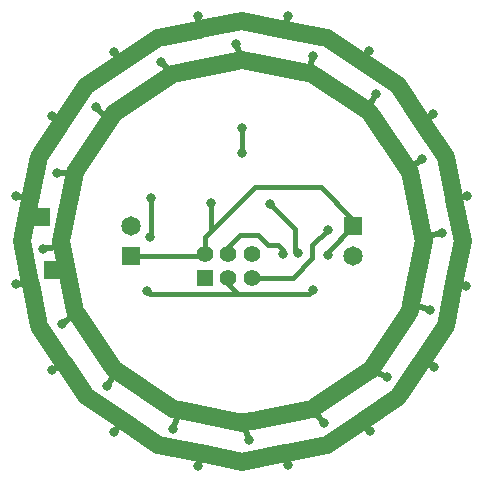
<source format=gbl>
G04 (created by PCBNEW (2013-04-07 BZR 4075)-testing) date Thu 11 Apr 2013 01:35:50 AM CEST*
%MOIN*%
G04 Gerber Fmt 3.4, Leading zero omitted, Abs format*
%FSLAX34Y34*%
G01*
G70*
G90*
G04 APERTURE LIST*
%ADD10C,0.006*%
%ADD11R,0.0551181X0.0551181*%
%ADD12C,0.0551181*%
%ADD13R,0.0649606X0.0649606*%
%ADD14C,0.0649606*%
%ADD15R,0.0984252X0.0590551*%
%ADD16C,0.0314961*%
%ADD17C,0.019685*%
%ADD18C,0.015748*%
%ADD19C,0.0590551*%
G04 APERTURE END LIST*
G54D10*
G54D11*
X24330Y-26811D03*
G54D12*
X24330Y-26023D03*
X25118Y-26811D03*
X25118Y-26023D03*
X25905Y-26811D03*
X25905Y-26023D03*
G54D13*
X29291Y-25090D03*
G54D14*
X29291Y-26090D03*
G54D13*
X21889Y-26090D03*
G54D14*
X21889Y-25090D03*
G54D15*
X19468Y-26555D03*
X18681Y-24783D03*
G54D16*
X28444Y-26043D03*
X24547Y-24311D03*
X26515Y-24350D03*
X27440Y-25984D03*
X26929Y-26003D03*
X28444Y-25196D03*
X22519Y-25433D03*
X22401Y-27244D03*
X22539Y-24153D03*
X27933Y-27204D03*
X25590Y-22637D03*
X25590Y-21811D03*
X21082Y-30413D03*
X30039Y-20669D03*
X32244Y-25314D03*
X31830Y-27893D03*
X30413Y-30098D03*
X25807Y-32224D03*
X23267Y-31850D03*
X25374Y-18996D03*
X27933Y-19409D03*
X18956Y-25846D03*
X19409Y-23307D03*
X22893Y-19606D03*
X20708Y-21122D03*
X31574Y-22854D03*
X28326Y-31653D03*
X19586Y-28346D03*
X33070Y-24094D03*
X33051Y-27066D03*
X27125Y-33051D03*
X24094Y-18070D03*
X27125Y-18090D03*
X24094Y-33070D03*
X21299Y-31929D03*
X19251Y-29862D03*
X18051Y-27027D03*
X18051Y-24094D03*
X19232Y-21397D03*
X21299Y-19271D03*
X29822Y-19232D03*
X31948Y-21358D03*
X31968Y-29763D03*
X29842Y-31909D03*
G54D17*
X29291Y-25090D02*
X29291Y-24874D01*
G54D18*
X26003Y-23779D02*
X24537Y-25246D01*
X26003Y-23779D02*
X28196Y-23779D01*
X29291Y-24874D02*
X28196Y-23779D01*
X28444Y-26043D02*
X28444Y-25937D01*
X28444Y-25937D02*
X29291Y-25090D01*
X24537Y-24320D02*
X24537Y-25246D01*
X24547Y-24311D02*
X24537Y-24320D01*
X24537Y-25246D02*
X24330Y-25452D01*
X24330Y-26023D02*
X24330Y-25452D01*
X21673Y-26090D02*
X24263Y-26090D01*
X24263Y-26090D02*
X24330Y-26023D01*
X27342Y-25177D02*
X26515Y-24350D01*
X27342Y-25885D02*
X27342Y-25708D01*
X27440Y-25984D02*
X27342Y-25885D01*
X27342Y-25708D02*
X27342Y-25177D01*
X25118Y-26023D02*
X25118Y-25787D01*
X26929Y-25866D02*
X26929Y-26003D01*
X26791Y-25728D02*
X26929Y-25866D01*
X26437Y-25728D02*
X26791Y-25728D01*
X26102Y-25393D02*
X26437Y-25728D01*
X25511Y-25393D02*
X26102Y-25393D01*
X25118Y-25787D02*
X25511Y-25393D01*
X25905Y-26811D02*
X27263Y-26811D01*
X27913Y-25728D02*
X28444Y-25196D01*
X27913Y-26161D02*
X27913Y-25728D01*
X27263Y-26811D02*
X27913Y-26161D01*
X22539Y-25413D02*
X22519Y-25433D01*
X25433Y-27342D02*
X22500Y-27342D01*
X22401Y-27244D02*
X22500Y-27342D01*
X22539Y-24153D02*
X22539Y-25413D01*
X26732Y-27342D02*
X27795Y-27342D01*
X25118Y-27027D02*
X25433Y-27342D01*
X25433Y-27342D02*
X26732Y-27342D01*
X25118Y-26811D02*
X25118Y-27027D01*
X27795Y-27342D02*
X27933Y-27204D01*
X25590Y-21811D02*
X25590Y-22637D01*
G54D17*
X19468Y-26555D02*
X19880Y-27255D01*
X20009Y-27923D02*
X20009Y-27993D01*
X19880Y-27255D02*
X20009Y-27923D01*
X19547Y-25354D02*
X19547Y-25590D01*
X19547Y-25669D02*
X19547Y-25354D01*
X19566Y-25688D02*
X19547Y-25669D01*
X21399Y-29899D02*
X21082Y-30413D01*
X29740Y-21228D02*
X30039Y-20669D01*
X31608Y-25461D02*
X32244Y-25314D01*
X31214Y-27688D02*
X31830Y-27893D01*
X30413Y-30098D02*
X29863Y-29863D01*
X29863Y-29863D02*
X29863Y-29863D01*
X25619Y-31628D02*
X25807Y-32224D01*
X23498Y-31215D02*
X23267Y-31850D01*
X22893Y-19606D02*
X23280Y-20009D01*
X25590Y-19547D02*
X25374Y-18996D01*
X27789Y-19983D02*
X27933Y-19409D01*
X19575Y-25730D02*
X18956Y-25846D01*
X19409Y-23307D02*
X20004Y-23307D01*
X20004Y-23307D02*
X20004Y-23307D01*
X31608Y-25461D02*
X31608Y-25461D01*
X19575Y-25730D02*
X19575Y-25730D01*
X21133Y-21585D02*
X20708Y-21122D01*
X31574Y-22854D02*
X31122Y-23206D01*
X31122Y-23206D02*
X31165Y-23206D01*
X31214Y-27688D02*
X31214Y-27688D01*
X27901Y-31191D02*
X28326Y-31653D01*
X19586Y-28346D02*
X20071Y-27993D01*
X20071Y-27993D02*
X20009Y-27993D01*
X27901Y-31227D02*
X27901Y-31191D01*
X20009Y-27993D02*
X20009Y-27901D01*
X23280Y-19992D02*
X23280Y-20009D01*
X31165Y-23271D02*
X31165Y-23206D01*
X31165Y-23206D02*
X31165Y-23271D01*
X31177Y-23271D02*
X31165Y-23271D01*
G54D19*
X25590Y-19547D02*
X27789Y-19983D01*
X27789Y-19983D02*
X27920Y-20009D01*
X27920Y-20009D02*
X29740Y-21228D01*
X29740Y-21228D02*
X29855Y-21305D01*
X29855Y-21305D02*
X31165Y-23271D01*
X31165Y-23271D02*
X31171Y-23280D01*
X31171Y-23280D02*
X31608Y-25461D01*
X31608Y-25461D02*
X31633Y-25590D01*
X31633Y-25590D02*
X31214Y-27688D01*
X31214Y-27688D02*
X31171Y-27901D01*
X31171Y-27901D02*
X29863Y-29863D01*
X29863Y-29863D02*
X29855Y-29875D01*
X29855Y-29875D02*
X27901Y-31191D01*
X27901Y-31191D02*
X25930Y-31568D01*
X25930Y-31568D02*
X25619Y-31628D01*
X25619Y-31628D02*
X25590Y-31633D01*
X25590Y-31633D02*
X23498Y-31215D01*
X23498Y-31215D02*
X23280Y-31171D01*
X23280Y-31171D02*
X21399Y-29899D01*
X21399Y-29899D02*
X21305Y-29835D01*
X21305Y-29835D02*
X20009Y-27901D01*
X20009Y-27901D02*
X19575Y-25730D01*
X19575Y-25730D02*
X19547Y-25590D01*
X19547Y-25590D02*
X19547Y-25590D01*
X19547Y-25590D02*
X20004Y-23307D01*
X20004Y-23307D02*
X20009Y-23280D01*
X20009Y-23280D02*
X21133Y-21585D01*
X21133Y-21585D02*
X21305Y-21325D01*
X21305Y-21325D02*
X23280Y-20009D01*
X23280Y-20009D02*
X25590Y-19547D01*
G54D17*
X18681Y-24783D02*
X18254Y-25624D01*
X18254Y-25624D02*
X18535Y-27027D01*
X18254Y-25624D02*
X18523Y-26968D01*
X32644Y-24147D02*
X33070Y-24094D01*
X32654Y-26983D02*
X33051Y-27066D01*
X27075Y-32646D02*
X27125Y-33051D01*
X24146Y-18536D02*
X24094Y-18070D01*
X27006Y-18529D02*
X27125Y-18090D01*
X24218Y-32658D02*
X24094Y-33070D01*
X21560Y-31624D02*
X21299Y-31929D01*
X19666Y-29678D02*
X19251Y-29862D01*
X18051Y-27027D02*
X18535Y-27027D01*
X18535Y-27027D02*
X18535Y-27027D01*
X18526Y-24197D02*
X18051Y-24094D01*
X32644Y-24147D02*
X32644Y-24147D01*
X19457Y-21622D02*
X19232Y-21397D01*
X19457Y-21622D02*
X19579Y-21622D01*
X21565Y-19537D02*
X21299Y-19271D01*
X21565Y-19537D02*
X21565Y-19621D01*
X29606Y-19448D02*
X29822Y-19232D01*
X29606Y-19448D02*
X29606Y-19605D01*
X31691Y-21615D02*
X31948Y-21358D01*
X31691Y-21615D02*
X31593Y-21615D01*
X31752Y-29547D02*
X31968Y-29763D01*
X31752Y-29547D02*
X31605Y-29547D01*
X29599Y-31666D02*
X29842Y-31909D01*
X29599Y-31666D02*
X29599Y-31583D01*
X21560Y-31667D02*
X21560Y-31624D01*
X21560Y-31624D02*
X21560Y-31563D01*
X21560Y-31563D02*
X21560Y-31546D01*
X19545Y-29568D02*
X19593Y-29568D01*
G54D19*
X20387Y-20406D02*
X21565Y-19621D01*
X19579Y-21622D02*
X20387Y-20406D01*
X21565Y-19621D02*
X22782Y-18809D01*
X22782Y-18809D02*
X24146Y-18536D01*
X24146Y-18536D02*
X24186Y-18528D01*
X24186Y-18528D02*
X25590Y-18248D01*
X25590Y-18248D02*
X27006Y-18529D01*
X27006Y-18529D02*
X28417Y-18809D01*
X28417Y-18809D02*
X29606Y-19605D01*
X29606Y-19605D02*
X30774Y-20387D01*
X30774Y-20387D02*
X31593Y-21615D01*
X31593Y-21615D02*
X32371Y-22782D01*
X32371Y-22782D02*
X32644Y-24147D01*
X32644Y-24147D02*
X32655Y-24201D01*
X32655Y-24201D02*
X32933Y-25590D01*
X32933Y-25590D02*
X32654Y-26983D01*
X32654Y-26983D02*
X32371Y-28398D01*
X32371Y-28398D02*
X31605Y-29547D01*
X31605Y-29547D02*
X30774Y-30793D01*
X30774Y-30793D02*
X29599Y-31583D01*
X29599Y-31583D02*
X28398Y-32391D01*
X28398Y-32391D02*
X27075Y-32646D01*
X27075Y-32646D02*
X27037Y-32653D01*
X27037Y-32653D02*
X27003Y-32660D01*
X27003Y-32660D02*
X25590Y-32933D01*
X25590Y-32933D02*
X24218Y-32658D01*
X24218Y-32658D02*
X24174Y-32650D01*
X24174Y-32650D02*
X22782Y-32371D01*
X22782Y-32371D02*
X21560Y-31546D01*
X21560Y-31546D02*
X20387Y-30754D01*
X20387Y-30754D02*
X19666Y-29678D01*
X19666Y-29678D02*
X19593Y-29568D01*
X19593Y-29568D02*
X18809Y-28398D01*
X18809Y-28398D02*
X18535Y-27027D01*
X18535Y-27027D02*
X18523Y-26968D01*
X18523Y-26968D02*
X18248Y-25590D01*
X18248Y-25590D02*
X18526Y-24197D01*
X18526Y-24197D02*
X18809Y-22782D01*
X18809Y-22782D02*
X19579Y-21622D01*
M02*

</source>
